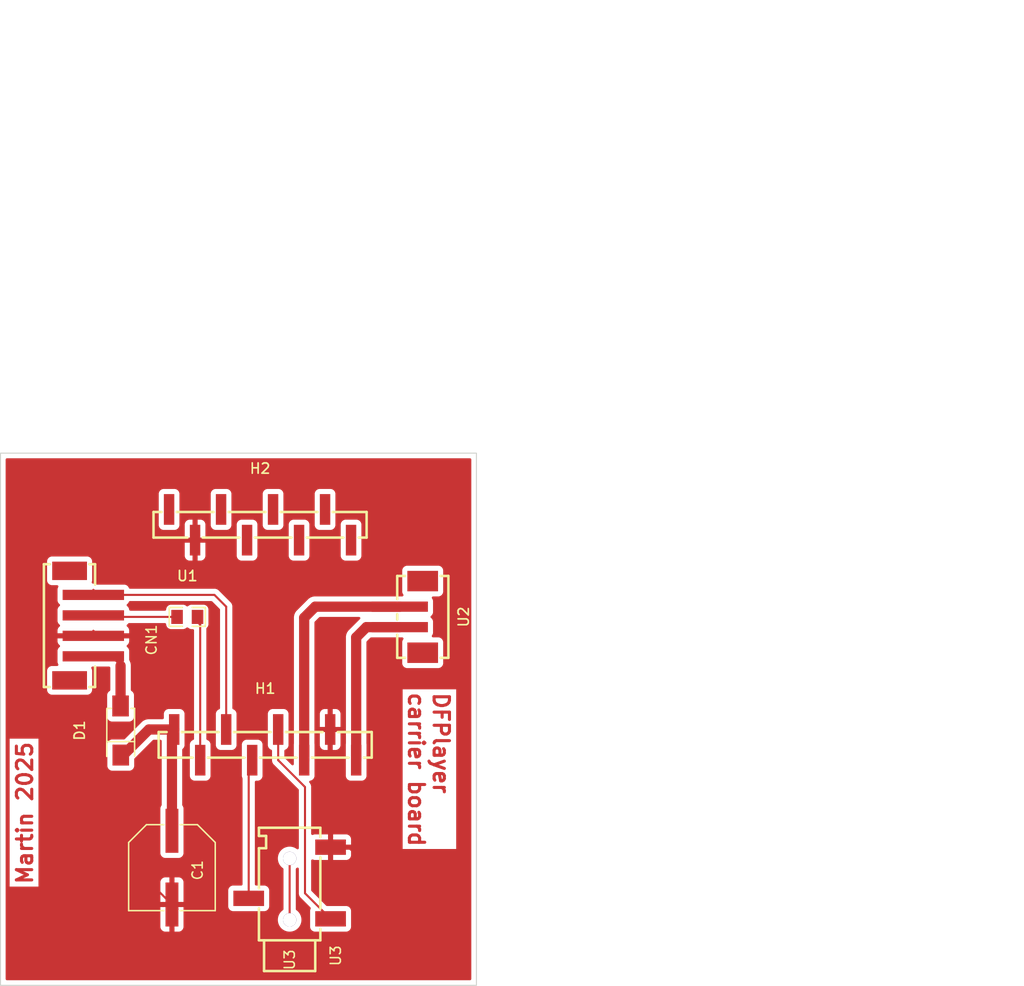
<source format=kicad_pcb>
(kicad_pcb (version 20241229) (generator "pcbnew") (generator_version "9.0")
  (layers (0 "F.Cu" signal) (2 "B.Cu" signal) (13 "F.Paste" user) (15 "B.Paste" user) (5 "F.SilkS" user "F.Silkscreen") (7 "B.SilkS" user "B.Silkscreen") (1 "F.Mask" user) (3 "B.Mask" user) (25 "Edge.Cuts" user))
  (net 0 "")
  (net 1 "_4")
  (net 2 "ADKEY_2")
  (net 3 "_6")
  (net 4 "ADKEY_1")
  (net 5 "_3")
  (net 6 "_5")
  (net 7 "IO_2")
  (net 8 "IO_1")
  (net 9 "BUSY")
  (net 10 "SPK_1")
  (net 11 "power_5v-VCC")
  (net 12 "df_header_left-VCC")
  (net 13 "TX")
  (net 14 "USB_M")
  (net 15 "USB_P")
  (net 16 "net")
  (net 17 "df_header_left-RX")
  (net 18 "footprint-RX")
  (net 19 "DAC_R")
  (net 20 "DAC_L")
  (net 21 "SPK_2")
  (net 22 "GND")
  (footprint "hanxia_HX_PM2_54_1x8P_TP_H8_5_YQ:HDR-SMD_8P-P2.54-V-F-S4.7" (layer "F.Cu") (at 152.61 81)
    (property "Reference" "H2" (at 0 -5.5 0) (layer "F.SilkS"))
    (property "Value" "")
    (fp_line (start -10.41 -1.25) (end -10.41 1.25) (stroke (width 0.25)) (layer "F.SilkS"))
    (fp_line (start -10.41 -1.25) (end -9.63 -1.25) (stroke (width 0.25)) (layer "F.SilkS"))
    (fp_line (start -10.41 1.25) (end -7.09 1.25) (stroke (width 0.25)) (layer "F.SilkS"))
    (fp_line (start -8.15 -1.25) (end -4.55 -1.25) (stroke (width 0.25)) (layer "F.SilkS"))
    (fp_line (start -5.61 1.25) (end -2.01 1.25) (stroke (width 0.25)) (layer "F.SilkS"))
    (fp_line (start -3.07 -1.25) (end 0.53 -1.25) (stroke (width 0.25)) (layer "F.SilkS"))
    (fp_line (start -0.53 1.25) (end 3.07 1.25) (stroke (width 0.25)) (layer "F.SilkS"))
    (fp_line (start 2.01 -1.25) (end 5.61 -1.25) (stroke (width 0.25)) (layer "F.SilkS"))
    (fp_line (start 4.55 1.25) (end 8.15 1.25) (stroke (width 0.25)) (layer "F.SilkS"))
    (fp_line (start 7.09 -1.25) (end 10.41 -1.25) (stroke (width 0.25)) (layer "F.SilkS"))
    (fp_line (start 9.63 1.25) (end 10.41 1.25) (stroke (width 0.25)) (layer "F.SilkS"))
    (fp_line (start 10.41 -1.25) (end 10.41 1.25) (stroke (width 0.25)) (layer "F.SilkS"))
    (fp_text user "${REFERENCE}" (at 0 -5.5 0) (layer "F.SilkS"))
    (pad "1" smd rect (at -8.89 -1.5) (size 1.02 3) (layers "F.Cu" "F.Mask" "F.Paste") (net 8 "IO_1"))
    (pad "2" smd rect (at -6.35 1.5) (size 1.02 3) (layers "F.Cu" "F.Mask" "F.Paste") (net 22 "GND"))
    (pad "3" smd rect (at -3.81 -1.5) (size 1.02 3) (layers "F.Cu" "F.Mask" "F.Paste") (net 7 "IO_2"))
    (pad "4" smd rect (at -1.27 1.5) (size 1.02 3) (layers "F.Cu" "F.Mask" "F.Paste") (net 4 "ADKEY_1"))
    (pad "5" smd rect (at 1.27 -1.5) (size 1.02 3) (layers "F.Cu" "F.Mask" "F.Paste") (net 2 "ADKEY_2"))
    (pad "6" smd rect (at 3.81 1.5) (size 1.02 3) (layers "F.Cu" "F.Mask" "F.Paste") (net 15 "USB_P"))
    (pad "7" smd rect (at 6.35 -1.5) (size 1.02 3) (layers "F.Cu" "F.Mask" "F.Paste") (net 14 "USB_M"))
    (pad "8" smd rect (at 8.89 1.5) (size 1.02 3) (layers "F.Cu" "F.Mask" "F.Paste") (net 9 "BUSY"))
  )
  (footprint "JST_Sales_America_B4B_PH_SM4_TB_LF__SN:CONN-SMD_B4B-PH-SM4-TB-LF-SN" (layer "F.Cu") (at 135.16 90.85 -90)
    (property "Reference" "CN1" (at 1.4 -6.84 90) (layer "F.SilkS"))
    (property "Value" "")
    (fp_line (start -6 3.67) (end -6 3.09) (stroke (width 0.25)) (layer "F.SilkS"))
    (fp_line (start 6 3.67) (end -6 3.67) (stroke (width 0.25)) (layer "F.SilkS"))
    (fp_line (start 6 3.09) (end 6 3.67) (stroke (width 0.25)) (layer "F.SilkS"))
    (fp_line (start -6 -1.33) (end -6 -0.77) (stroke (width 0.25)) (layer "F.SilkS"))
    (fp_line (start -6 -1.33) (end -4 -1.33) (stroke (width 0.25)) (layer "F.SilkS"))
    (fp_line (start 4 -1.33) (end 6 -1.33) (stroke (width 0.25)) (layer "F.SilkS"))
    (fp_line (start 6 -1.33) (end 6 -0.77) (stroke (width 0.25)) (layer "F.SilkS"))
    (pad "1" smd rect (at 3 -1.16 90) (size 1 6) (layers "F.Cu" "F.Mask" "F.Paste") (net 11 "power_5v-VCC"))
    (pad "2" smd rect (at 1 -1.16 90) (size 1 6) (layers "F.Cu" "F.Mask" "F.Paste") (net 22 "GND"))
    (pad "3" smd rect (at -1 -1.16 90) (size 1 6) (layers "F.Cu" "F.Mask" "F.Paste") (net 18 "footprint-RX"))
    (pad "4" smd rect (at -3 -1.16 90) (size 1 6) (layers "F.Cu" "F.Mask" "F.Paste") (net 13 "TX"))
    (pad "5" smd rect (at -5.35 1.16 270) (size 1.8 3.4) (layers "F.Cu" "F.Mask" "F.Paste") (net 6 "_5"))
    (pad "6" smd rect (at 5.35 1.16 270) (size 1.8 3.4) (layers "F.Cu" "F.Mask" "F.Paste") (net 3 "_6"))
  )
  (footprint "hongjiacheng_M1:SMA_L4.3-W2.6-LS5.0-RD" (layer "F.Cu") (at 138.99 101.1 90)
    (property "Reference" "D1" (at 0 -4.01 90) (layer "F.SilkS"))
    (property "Value" "")
    (fp_line (start -1.08 -1.36) (end -1.08 1.36) (stroke (width 0.15)) (layer "F.SilkS"))
    (fp_line (start -2.53 -1.36) (end 2.16 -1.35) (stroke (width 0.15)) (layer "F.SilkS"))
    (fp_line (start 2.16 -1.27) (end 2.16 -0.92) (stroke (width 0.15)) (layer "F.SilkS"))
    (fp_line (start 2.16 1.36) (end 2.16 1.01) (stroke (width 0.15)) (layer "F.SilkS"))
    (fp_line (start -2.5 1.36) (end 2.16 1.36) (stroke (width 0.15)) (layer "F.SilkS"))
    (fp_text user "${REFERENCE}" (at 0 -4.01 90) (layer "F.SilkS"))
    (pad "1" smd rect (at -2.4 0.01 90) (size 2.05 1.62) (layers "F.Cu" "F.Mask" "F.Paste") (net 12 "df_header_left-VCC"))
    (pad "2" smd rect (at 2.4 -0.01 270) (size 2.05 1.62) (layers "F.Cu" "F.Mask" "F.Paste") (net 11 "power_5v-VCC"))
  )
  (footprint "UNI_ROYAL_0805W8F1001T5E:R0805" (layer "F.Cu") (at 145.5 90)
    (property "Reference" "U1" (at 0 -4 0) (layer "F.SilkS"))
    (property "Value" "1kΩ ±1% 125mW")
    (fp_line (start -1.76 -0.92) (end -0.48 -0.92) (stroke (width 0.15)) (layer "F.SilkS"))
    (fp_line (start -1.76 0.92) (end -1.76 -0.92) (stroke (width 0.15)) (layer "F.SilkS"))
    (fp_line (start -0.48 0.92) (end -1.76 0.92) (stroke (width 0.15)) (layer "F.SilkS"))
    (fp_line (start 0.48 0.92) (end 1.76 0.92) (stroke (width 0.15)) (layer "F.SilkS"))
    (fp_line (start 1.76 -0.92) (end 0.48 -0.92) (stroke (width 0.15)) (layer "F.SilkS"))
    (fp_line (start 1.76 0.92) (end 1.76 -0.92) (stroke (width 0.15)) (layer "F.SilkS"))
    (fp_text user "${REFERENCE}" (at 0 -4 0) (layer "F.SilkS"))
    (pad "1" smd rect (at -1 0) (size 1.13 1.38) (layers "F.Cu" "F.Mask" "F.Paste") (net 18 "footprint-RX"))
    (pad "2" smd rect (at 1 0) (size 1.13 1.38) (layers "F.Cu" "F.Mask" "F.Paste") (net 17 "df_header_left-RX"))
  )
  (footprint "hanxia_HX_PM2_54_1x8P_TP_H8_5_YQ:HDR-SMD_8P-P2.54-V-F-S4.7" (layer "F.Cu") (at 153.11 102.5)
    (property "Reference" "H1" (at 0 -5.5 0) (layer "F.SilkS"))
    (property "Value" "")
    (fp_line (start -10.41 -1.25) (end -10.41 1.25) (stroke (width 0.25)) (layer "F.SilkS"))
    (fp_line (start -10.41 -1.25) (end -9.63 -1.25) (stroke (width 0.25)) (layer "F.SilkS"))
    (fp_line (start -10.41 1.25) (end -7.09 1.25) (stroke (width 0.25)) (layer "F.SilkS"))
    (fp_line (start -8.15 -1.25) (end -4.55 -1.25) (stroke (width 0.25)) (layer "F.SilkS"))
    (fp_line (start -5.61 1.25) (end -2.01 1.25) (stroke (width 0.25)) (layer "F.SilkS"))
    (fp_line (start -3.07 -1.25) (end 0.53 -1.25) (stroke (width 0.25)) (layer "F.SilkS"))
    (fp_line (start -0.53 1.25) (end 3.07 1.25) (stroke (width 0.25)) (layer "F.SilkS"))
    (fp_line (start 2.01 -1.25) (end 5.61 -1.25) (stroke (width 0.25)) (layer "F.SilkS"))
    (fp_line (start 4.55 1.25) (end 8.15 1.25) (stroke (width 0.25)) (layer "F.SilkS"))
    (fp_line (start 7.09 -1.25) (end 10.41 -1.25) (stroke (width 0.25)) (layer "F.SilkS"))
    (fp_line (start 9.63 1.25) (end 10.41 1.25) (stroke (width 0.25)) (layer "F.SilkS"))
    (fp_line (start 10.41 -1.25) (end 10.41 1.25) (stroke (width 0.25)) (layer "F.SilkS"))
    (fp_text user "${REFERENCE}" (at 0 -5.5 0) (layer "F.SilkS"))
    (pad "1" smd rect (at -8.89 -1.5) (size 1.02 3) (layers "F.Cu" "F.Mask" "F.Paste") (net 12 "df_header_left-VCC"))
    (pad "2" smd rect (at -6.35 1.5) (size 1.02 3) (layers "F.Cu" "F.Mask" "F.Paste") (net 17 "df_header_left-RX"))
    (pad "3" smd rect (at -3.81 -1.5) (size 1.02 3) (layers "F.Cu" "F.Mask" "F.Paste") (net 13 "TX"))
    (pad "4" smd rect (at -1.27 1.5) (size 1.02 3) (layers "F.Cu" "F.Mask" "F.Paste") (net 19 "DAC_R"))
    (pad "5" smd rect (at 1.27 -1.5) (size 1.02 3) (layers "F.Cu" "F.Mask" "F.Paste") (net 20 "DAC_L"))
    (pad "6" smd rect (at 3.81 1.5) (size 1.02 3) (layers "F.Cu" "F.Mask" "F.Paste") (net 10 "SPK_1"))
    (pad "7" smd rect (at 6.35 -1.5) (size 1.02 3) (layers "F.Cu" "F.Mask" "F.Paste") (net 22 "GND"))
    (pad "8" smd rect (at 8.89 1.5) (size 1.02 3) (layers "F.Cu" "F.Mask" "F.Paste") (net 21 "SPK_2"))
  )
  (footprint "JST_Sales_America_B2B_PH_SM4_TBT_LF__SN:CONN-SMD_B2B-PH-SM4-TBT-LF-SN" (layer "F.Cu") (at 167.38 90 -90)
    (property "Reference" "U2" (at 0 -5.12 90) (layer "F.SilkS"))
    (property "Value" "")
    (fp_line (start -4 1.37) (end -1.73 1.37) (stroke (width 0.25)) (layer "F.SilkS"))
    (fp_line (start -0.27 1.37) (end 0.27 1.37) (stroke (width 0.25)) (layer "F.SilkS"))
    (fp_line (start 1.73 1.37) (end 4 1.37) (stroke (width 0.25)) (layer "F.SilkS"))
    (fp_line (start 4 1.37) (end 4 0.6) (stroke (width 0.25)) (layer "F.SilkS"))
    (fp_line (start -4 0.6) (end -4 1.37) (stroke (width 0.25)) (layer "F.SilkS"))
    (fp_line (start 4 -2.86) (end 4 -3.63) (stroke (width 0.25)) (layer "F.SilkS"))
    (fp_line (start -4 -3.63) (end -4 -2.86) (stroke (width 0.25)) (layer "F.SilkS"))
    (fp_line (start -4 -3.63) (end 4 -3.63) (stroke (width 0.25)) (layer "F.SilkS"))
    (fp_text user "${REFERENCE}" (at 0 -5.12 90) (layer "F.SilkS"))
    (pad "1" smd rect (at -1 1.12 270) (size 1 5.5) (layers "F.Cu" "F.Mask" "F.Paste") (net 10 "SPK_1"))
    (pad "2" smd rect (at 1 1.12 270) (size 1 5.5) (layers "F.Cu" "F.Mask" "F.Paste") (net 21 "SPK_2"))
    (pad "3" smd rect (at 3.5 -1.12 270) (size 2 3) (layers "F.Cu" "F.Mask" "F.Paste") (net 5 "_3"))
    (pad "4" smd rect (at -3.5 -1.12 270) (size 2 3) (layers "F.Cu" "F.Mask" "F.Paste") (net 1 "_4"))
  )
  (footprint "PANASONIC_EEEFK1A471AP:CAP-SMD_BD8.0-L8.3-W8.3-LS9.9-FD" (layer "F.Cu") (at 144 114.5 -90)
    (property "Reference" "C1" (hide yes))
    (property "Value" "")
    (fp_line (start -2.46 4.23) (end -4.2 2.49) (stroke (width 0.15)) (layer "F.SilkS"))
    (fp_line (start 4.2 4.23) (end -2.46 4.23) (stroke (width 0.15)) (layer "F.SilkS"))
    (fp_line (start -4.2 2.49) (end -4.2 0.78) (stroke (width 0.15)) (layer "F.SilkS"))
    (fp_line (start 4.2 0.78) (end 4.2 4.23) (stroke (width 0.15)) (layer "F.SilkS"))
    (fp_line (start 4.2 -0.78) (end 4.2 -4.23) (stroke (width 0.15)) (layer "F.SilkS"))
    (fp_line (start -4.2 -2.49) (end -4.2 -0.78) (stroke (width 0.15)) (layer "F.SilkS"))
    (fp_line (start -2.46 -4.23) (end -4.2 -2.49) (stroke (width 0.15)) (layer "F.SilkS"))
    (fp_line (start 4.2 -4.23) (end -2.46 -4.23) (stroke (width 0.15)) (layer "F.SilkS"))
    (fp_text user "${REFERENCE}" (at 0.25 -2.5 90) (layer "F.SilkS"))
    (pad "1" smd rect (at -3.6 0 270) (size 4.3 1.26) (layers "F.Cu" "F.Mask" "F.Paste") (net 12 "df_header_left-VCC"))
    (pad "2" smd rect (at 3.6 0 270) (size 4.3 1.26) (layers "F.Cu" "F.Mask" "F.Paste") (net 22 "GND"))
  )
  (footprint "SOFNG_PJ_320B:AUDIO-SMD_PJ-320B" (layer "F.Cu") (at 155.5 116 180)
    (property "Reference" "U3" (at 0 -7.5 90) (layer "F.SilkS"))
    (property "Value" "")
    (fp_line (start 3 5.4) (end -3 5.4) (stroke (width 0.25)) (layer "F.SilkS"))
    (fp_line (start 3 4.6) (end 3 5.4) (stroke (width 0.25)) (layer "F.SilkS"))
    (fp_line (start 3 3.4) (end 2.3 3.4) (stroke (width 0.25)) (layer "F.SilkS"))
    (fp_line (start 3 -0.52) (end 3 3.4) (stroke (width 0.25)) (layer "F.SilkS"))
    (fp_line (start 3 -5.6) (end 3 -2.48) (stroke (width 0.25)) (layer "F.SilkS"))
    (fp_line (start 2.5 -5.6) (end 2.5 -8.6) (stroke (width 0.25)) (layer "F.SilkS"))
    (fp_line (start 2.3 4.6) (end 3 4.6) (stroke (width 0.25)) (layer "F.SilkS"))
    (fp_line (start 2.3 3.4) (end 2.3 4.6) (stroke (width 0.25)) (layer "F.SilkS"))
    (fp_line (start -2.5 -5.6) (end -2.5 -8.6) (stroke (width 0.25)) (layer "F.SilkS"))
    (fp_line (start -2.5 -8.6) (end 2.5 -8.6) (stroke (width 0.25)) (layer "F.SilkS"))
    (fp_line (start -3 4.48) (end -3 5.4) (stroke (width 0.25)) (layer "F.SilkS"))
    (fp_line (start -3 -2.52) (end -3 2.52) (stroke (width 0.25)) (layer "F.SilkS"))
    (fp_line (start -3 -5.6) (end 3 -5.6) (stroke (width 0.25)) (layer "F.SilkS"))
    (fp_line (start -3 -5.6) (end -3 -4.48) (stroke (width 0.25)) (layer "F.SilkS"))
    (fp_text user "${REFERENCE}" (at -4.5 -7.1 90) (layer "F.SilkS"))
    (pad "" thru_hole circle (at 0 -3.6 180) (size 1.3 1.3) (drill 1.3) (layers "*.Cu" "*.Mask") (net 16 "net"))
    (pad "" thru_hole circle (at 0 2.4 180) (size 1.3 1.3) (drill 1.3) (layers "*.Cu" "*.Mask") (net 16 "net"))
    (pad "1" smd rect (at -4 -3.5 180) (size 3 1.5) (layers "F.Cu" "F.Mask" "F.Paste") (net 20 "DAC_L"))
    (pad "2" smd rect (at 4 -1.5 180) (size 3 1.5) (layers "F.Cu" "F.Mask" "F.Paste") (net 19 "DAC_R"))
    (pad "3" smd rect (at -4 3.5 180) (size 3 1.5) (layers "F.Cu" "F.Mask" "F.Paste") (net 22 "GND"))
  )
  (gr_rect (start 127.25 74) (end 173.75 126) (stroke (width 0.1)) (fill no) (layer "Edge.Cuts"))
  (gr_text "DFPlayer\ncarrier board" (at 167 97.25 270) (layer "F.Cu") (effects (font (size 1.5 1.5) (thickness 0.3) (bold yes)) (justify left bottom)))
  (gr_text "Martin 2025" (at 130.5 116.25 90) (layer "F.Cu") (effects (font (size 1.5 1.5) (thickness 0.3) (bold yes)) (justify left bottom)))
  (segment (start 156.92 90.08) (end 158 89) (width 1) (layer "F.Cu") (net 10))
  (segment (start 156.92 104) (end 156.92 90.08) (width 1) (layer "F.Cu") (net 10))
  (segment (start 158 89) (end 166.26 89) (width 1) (layer "F.Cu") (net 10))
  (segment (start 138.98 94.77) (end 138.98 98.7) (width 1) (layer "F.Cu") (net 11))
  (segment (start 139 94.75) (end 138.98 94.77) (width 0.2) (layer "F.Cu") (net 11))
  (segment (start 138.1 93.85) (end 139 94.75) (width 0.2) (layer "F.Cu") (net 11))
  (segment (start 136.32 93.85) (end 138.1 93.85) (width 0.2) (layer "F.Cu") (net 11))
  (segment (start 144 110.9) (end 144 101.22) (width 1) (layer "F.Cu") (net 12))
  (segment (start 141.75 101) (end 144.22 101) (width 1) (layer "F.Cu") (net 12))
  (segment (start 139.25 103.5) (end 141.75 101) (width 1) (layer "F.Cu") (net 12))
  (segment (start 144 101.22) (end 144.22 101) (width 0.2) (layer "F.Cu") (net 12))
  (segment (start 139 103.5) (end 139.25 103.5) (width 0.2) (layer "F.Cu") (net 12))
  (segment (start 136.97 88) (end 136.32 87.35) (width 0.2) (layer "F.Cu") (net 13))
  (segment (start 149.3 101) (end 149.3 89) (width 0.2) (layer "F.Cu") (net 13))
  (segment (start 148.15 87.85) (end 136.32 87.85) (width 0.2) (layer "F.Cu") (net 13))
  (segment (start 149.3 89) (end 148.15 87.85) (width 0.2) (layer "F.Cu") (net 13))
  (segment (start 155.5 113.6) (end 155.5 119.6) (width 0.2) (layer "F.Cu") (net 16))
  (segment (start 146.76 104) (end 146.76 90.26) (width 0.2) (layer "F.Cu") (net 17))
  (segment (start 146.76 90.26) (end 146.5 90) (width 0.2) (layer "F.Cu") (net 17))
  (segment (start 146.5 90) (end 146.5 90.5) (width 0.2) (layer "F.Cu") (net 17))
  (segment (start 146.5 90.5) (end 146.76 90.76) (width 0.2) (layer "F.Cu") (net 17))
  (segment (start 144.5 90) (end 136.47 90) (width 0.2) (layer "F.Cu") (net 18))
  (segment (start 136.47 90) (end 136.32 89.85) (width 0.2) (layer "F.Cu") (net 18))
  (segment (start 151.5 117.5) (end 151.5 104.34) (width 0.2) (layer "F.Cu") (net 19))
  (segment (start 151.5 104.34) (end 151.84 104) (width 0.2) (layer "F.Cu") (net 19))
  (segment (start 154.38 101) (end 154.38 104) (width 0.2) (layer "F.Cu") (net 20))
  (segment (start 159.5 119.5) (end 157 117) (width 0.2) (layer "F.Cu") (net 20))
  (segment (start 157 106.62) (end 154.38 104) (width 0.2) (layer "F.Cu") (net 20))
  (segment (start 157 117) (end 157 106.62) (width 0.2) (layer "F.Cu") (net 20))
  (segment (start 162 92) (end 163 91) (width 1) (layer "F.Cu") (net 21))
  (segment (start 162 104) (end 162 92) (width 1) (layer "F.Cu") (net 21))
  (segment (start 163 91) (end 166.26 91) (width 1) (layer "F.Cu") (net 21))
  (segment (start 163.75 121) (end 163.75 115.5) (width 0.2) (layer "F.Cu") (net 22))
  (segment (start 144 118.1) (end 144 121) (width 0.2) (layer "F.Cu") (net 22))
  (segment (start 132.25 82.5) (end 131.25 83.5) (width 0.2) (layer "F.Cu") (net 22))
  (segment (start 159.5 101.04) (end 159.46 101) (width 0.2) (layer "F.Cu") (net 22))
  (segment (start 164 115.25) (end 161.25 112.5) (width 0.2) (layer "F.Cu") (net 22))
  (segment (start 144 118) (end 144.551 118.551) (width 0.2) (layer "F.Cu") (net 22))
  (segment (start 144 118.1) (end 131.5 105.6) (width 0.2) (layer "F.Cu") (net 22))
  (segment (start 132.85 91.85) (end 136.32 91.85) (width 0.2) (layer "F.Cu") (net 22))
  (segment (start 161.25 112.5) (end 159.901 112.5) (width 0.2) (layer "F.Cu") (net 22))
  (segment (start 132.9 91.85) (end 136.32 91.85) (width 0.2) (layer "F.Cu") (net 22))
  (segment (start 146.25 123.25) (end 161.5 123.25) (width 0.2) (layer "F.Cu") (net 22))
  (segment (start 131.5 105.6) (end 131.5 93.25) (width 0.2) (layer "F.Cu") (net 22))
  (segment (start 144 121) (end 146.25 123.25) (width 0.2) (layer "F.Cu") (net 22))
  (segment (start 146.26 82.5) (end 132.25 82.5) (width 0.2) (layer "F.Cu") (net 22))
  (segment (start 159.5 112.5) (end 159.5 101.04) (width 0.2) (layer "F.Cu") (net 22))
  (segment (start 144 118.1) (end 144 118) (width 0.2) (layer "F.Cu") (net 22))
  (segment (start 136.49 91.52) (end 136.32 91.35) (width 0.2) (layer "F.Cu") (net 22))
  (segment (start 131.5 93.25) (end 132.9 91.85) (width 0.2) (layer "F.Cu") (net 22))
  (segment (start 131.25 90.25) (end 132.85 91.85) (width 0.2) (layer "F.Cu") (net 22))
  (segment (start 131.25 83.5) (end 131.25 90.25) (width 0.2) (layer "F.Cu") (net 22))
  (segment (start 161.5 123.25) (end 163.75 121) (width 0.2) (layer "F.Cu") (net 22))
  (segment (start 163.75 115.5) (end 164 115.25) (width 0.2) (layer "F.Cu") (net 22))
  (zone (net 22) (net_name "GND") (layer "F.Cu") (name "GND") (connect_pads (clearance 0.5)) (min_thickness 0.25) (fill yes (thermal_gap 0.5) (thermal_bridge_width 0.5))
    (polygon (pts (xy 127.25 74) (xy 173.75 74) (xy 173.75 126) (xy 127.25 126)))
  )
)
</source>
